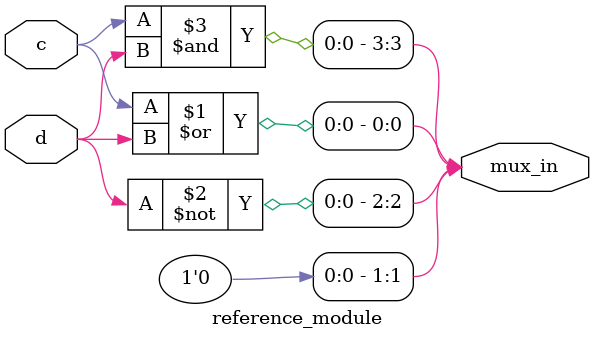
<source format=sv>
module reference_module (
	input c,
	input d,
	output [3:0] mux_in
);
	
	assign mux_in[0] = c | d;
	assign mux_in[1] = 0;
	assign mux_in[2] = ~d;	
	assign mux_in[3] = c&d;
	
endmodule

</source>
